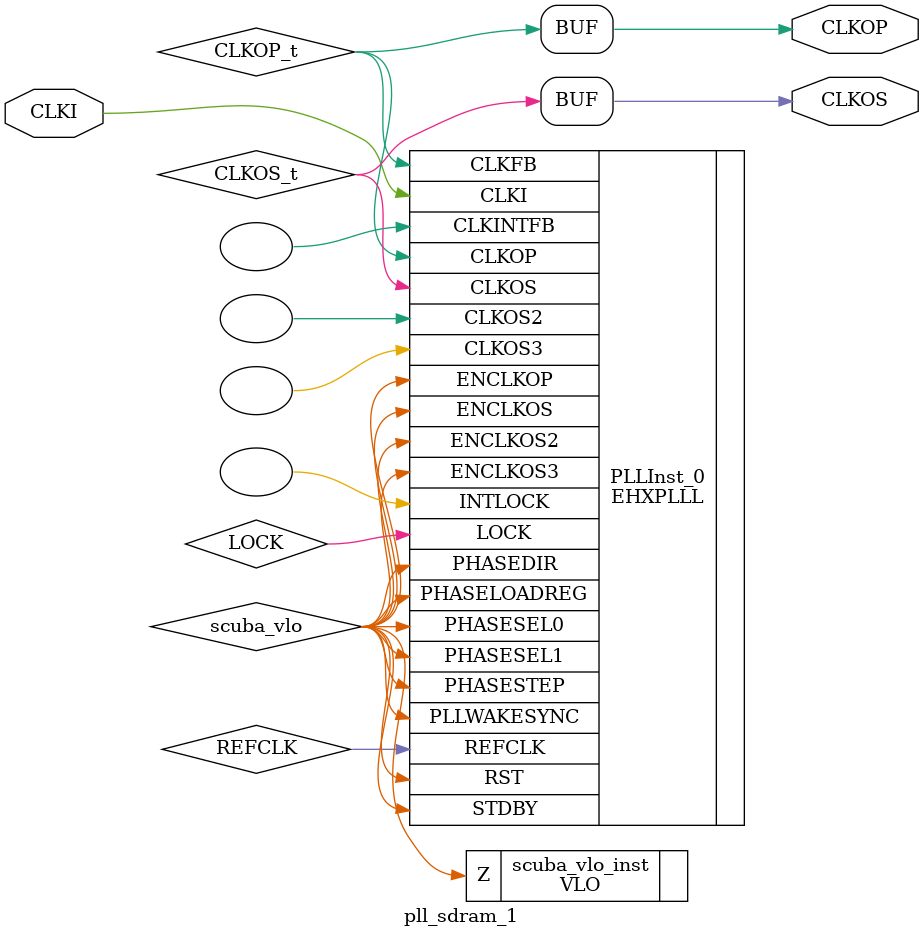
<source format=v>
/* Verilog netlist generated by SCUBA Diamond (64-bit) 3.11.0.396.4 */
/* Module Version: 5.7 */
/* C:\diamond\diamond\3.11_x64\ispfpga\bin\nt64\scuba.exe -w -n pll_sdram_1 -lang verilog -synth synplify -bus_exp 7 -bb -arch sa5p00 -type pll -fin 25 -fclkop 50 -fclkop_tol 0.0 -fclkos 50 -fclkos_tol 0.0 -phases 90 -phase_cntl STATIC -fb_mode 1 -fdc C:/Users/koncarevac/Desktop/Repo/RVEVAL/NEORV32/RTL/LATTICE/pll_sdram/pll_sdram_1/pll_sdram_1.fdc  */
/* Mon Aug 08 09:32:19 2022 */


`timescale 1 ns / 1 ps
module pll_sdram_1 (CLKI, CLKOP, CLKOS)/* synthesis NGD_DRC_MASK=1 */;
    input wire CLKI;
    output wire CLKOP;
    output wire CLKOS;

    wire REFCLK;
    wire LOCK;
    wire CLKOS_t;
    wire CLKOP_t;
    wire scuba_vhi;
    wire scuba_vlo;

    VHI scuba_vhi_inst (.Z(scuba_vhi));

    VLO scuba_vlo_inst (.Z(scuba_vlo));

    defparam PLLInst_0.PLLRST_ENA = "DISABLED" ;
    defparam PLLInst_0.INTFB_WAKE = "DISABLED" ;
    defparam PLLInst_0.STDBY_ENABLE = "DISABLED" ;
    defparam PLLInst_0.DPHASE_SOURCE = "DISABLED" ;
    defparam PLLInst_0.CLKOS3_FPHASE = 0 ;
    defparam PLLInst_0.CLKOS3_CPHASE = 0 ;
    defparam PLLInst_0.CLKOS2_FPHASE = 0 ;
    defparam PLLInst_0.CLKOS2_CPHASE = 0 ;
    defparam PLLInst_0.CLKOS_FPHASE = 2 ;
    defparam PLLInst_0.CLKOS_CPHASE = 15 ;
    defparam PLLInst_0.CLKOP_FPHASE = 0 ;
    defparam PLLInst_0.CLKOP_CPHASE = 12 ;
    defparam PLLInst_0.PLL_LOCK_MODE = 0 ;
    defparam PLLInst_0.CLKOS_TRIM_DELAY = 0 ;
    defparam PLLInst_0.CLKOS_TRIM_POL = "FALLING" ;
    defparam PLLInst_0.CLKOP_TRIM_DELAY = 0 ;
    defparam PLLInst_0.CLKOP_TRIM_POL = "FALLING" ;
    defparam PLLInst_0.OUTDIVIDER_MUXD = "DIVD" ;
    defparam PLLInst_0.CLKOS3_ENABLE = "DISABLED" ;
    defparam PLLInst_0.OUTDIVIDER_MUXC = "DIVC" ;
    defparam PLLInst_0.CLKOS2_ENABLE = "DISABLED" ;
    defparam PLLInst_0.OUTDIVIDER_MUXB = "DIVB" ;
    defparam PLLInst_0.CLKOS_ENABLE = "ENABLED" ;
    defparam PLLInst_0.OUTDIVIDER_MUXA = "DIVA" ;
    defparam PLLInst_0.CLKOP_ENABLE = "ENABLED" ;
    defparam PLLInst_0.CLKOS3_DIV = 1 ;
    defparam PLLInst_0.CLKOS2_DIV = 1 ;
    defparam PLLInst_0.CLKOS_DIV = 13 ;
    defparam PLLInst_0.CLKOP_DIV = 13 ;
    defparam PLLInst_0.CLKFB_DIV = 2 ;
    defparam PLLInst_0.CLKI_DIV = 1 ;
    defparam PLLInst_0.FEEDBK_PATH = "CLKOP" ;
    EHXPLLL PLLInst_0 (.CLKI(CLKI), .CLKFB(CLKOP_t), .PHASESEL1(scuba_vlo), 
        .PHASESEL0(scuba_vlo), .PHASEDIR(scuba_vlo), .PHASESTEP(scuba_vlo), 
        .PHASELOADREG(scuba_vlo), .STDBY(scuba_vlo), .PLLWAKESYNC(scuba_vlo), 
        .RST(scuba_vlo), .ENCLKOP(scuba_vlo), .ENCLKOS(scuba_vlo), .ENCLKOS2(scuba_vlo), 
        .ENCLKOS3(scuba_vlo), .CLKOP(CLKOP_t), .CLKOS(CLKOS_t), .CLKOS2(), 
        .CLKOS3(), .LOCK(LOCK), .INTLOCK(), .REFCLK(REFCLK), .CLKINTFB())
             /* synthesis FREQUENCY_PIN_CLKOS="50.000000" */
             /* synthesis FREQUENCY_PIN_CLKOP="50.000000" */
             /* synthesis FREQUENCY_PIN_CLKI="25.000000" */
             /* synthesis ICP_CURRENT="6" */
             /* synthesis LPF_RESISTOR="16" */;

    assign CLKOS = CLKOS_t;
    assign CLKOP = CLKOP_t;


    // exemplar begin
    // exemplar attribute PLLInst_0 FREQUENCY_PIN_CLKOS 50.000000
    // exemplar attribute PLLInst_0 FREQUENCY_PIN_CLKOP 50.000000
    // exemplar attribute PLLInst_0 FREQUENCY_PIN_CLKI 25.000000
    // exemplar attribute PLLInst_0 ICP_CURRENT 6
    // exemplar attribute PLLInst_0 LPF_RESISTOR 16
    // exemplar end

endmodule

</source>
